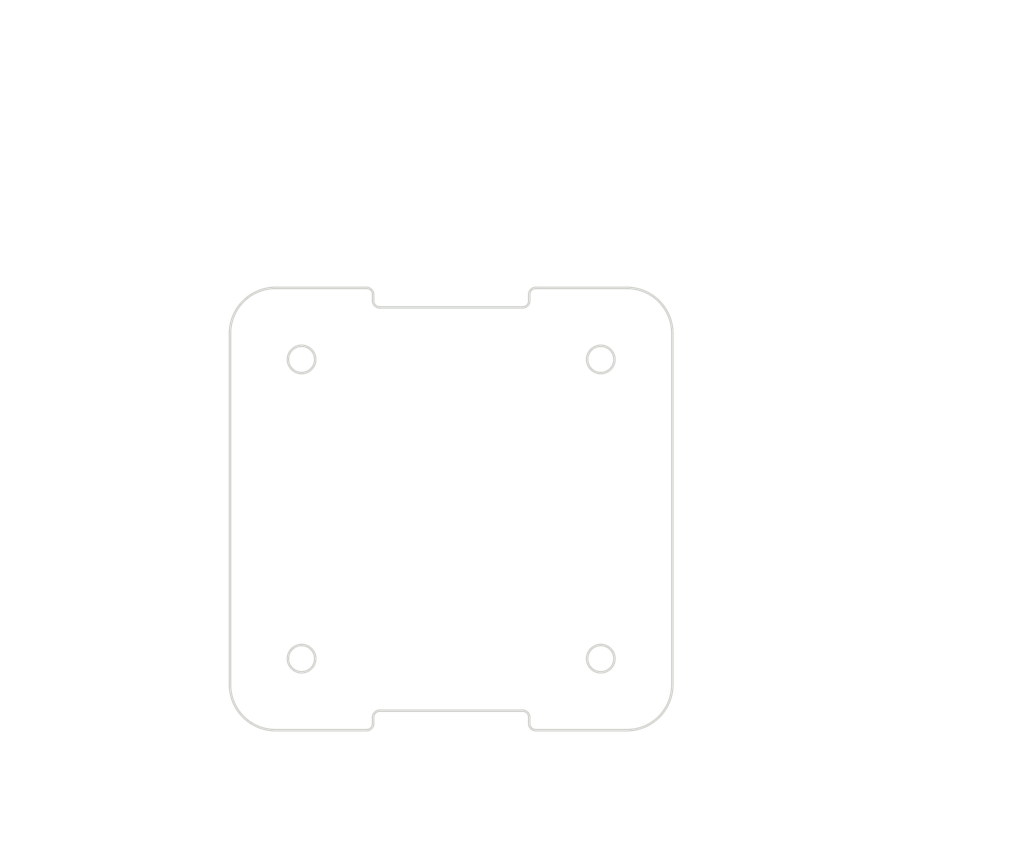
<source format=kicad_pcb>
(kicad_pcb (version 20221018) (generator pcbnew)

  (general
    (thickness 1.6)
  )

  (paper "A4")
  (layers
    (0 "F.Cu" signal)
    (31 "B.Cu" signal)
    (32 "B.Adhes" user "B.Adhesive")
    (33 "F.Adhes" user "F.Adhesive")
    (34 "B.Paste" user)
    (35 "F.Paste" user)
    (36 "B.SilkS" user "B.Silkscreen")
    (37 "F.SilkS" user "F.Silkscreen")
    (38 "B.Mask" user)
    (39 "F.Mask" user)
    (40 "Dwgs.User" user "User.Drawings")
    (41 "Cmts.User" user "User.Comments")
    (42 "Eco1.User" user "User.Eco1")
    (43 "Eco2.User" user "User.Eco2")
    (44 "Edge.Cuts" user)
    (45 "Margin" user)
    (46 "B.CrtYd" user "B.Courtyard")
    (47 "F.CrtYd" user "F.Courtyard")
    (48 "B.Fab" user)
    (49 "F.Fab" user)
  )

  (setup
    (pad_to_mask_clearance 0.051)
    (solder_mask_min_width 0.25)
    (pcbplotparams
      (layerselection 0x00010fc_ffffffff)
      (plot_on_all_layers_selection 0x0000000_00000000)
      (disableapertmacros false)
      (usegerberextensions false)
      (usegerberattributes false)
      (usegerberadvancedattributes false)
      (creategerberjobfile false)
      (dashed_line_dash_ratio 12.000000)
      (dashed_line_gap_ratio 3.000000)
      (svgprecision 4)
      (plotframeref false)
      (viasonmask false)
      (mode 1)
      (useauxorigin false)
      (hpglpennumber 1)
      (hpglpenspeed 20)
      (hpglpendiameter 15.000000)
      (dxfpolygonmode true)
      (dxfimperialunits true)
      (dxfusepcbnewfont true)
      (psnegative false)
      (psa4output false)
      (plotreference true)
      (plotvalue true)
      (plotinvisibletext false)
      (sketchpadsonfab false)
      (subtractmaskfromsilk false)
      (outputformat 1)
      (mirror false)
      (drillshape 1)
      (scaleselection 1)
      (outputdirectory "")
    )
  )

  (net 0 "")

  (gr_line (start 159.926012 101.708606) (end 172.101012 101.708606)
    (stroke (width 0.2) (type solid)) (layer "Dwgs.User") (tstamp 05539013-b3a9-4297-acc6-a3915d72f9bd))
  (gr_line (start 161.926012 107.208606) (end 190.620498 107.208606)
    (stroke (width 0.2) (type solid)) (layer "Dwgs.User") (tstamp 07c0c210-6d9e-4e1f-8368-52cc4ccbf380))
  (gr_line (start 153.926012 105.708606) (end 180.546982 105.708606)
    (stroke (width 0.2) (type solid)) (layer "Dwgs.User") (tstamp 0f456d3f-7070-4572-8212-c074aeef862e))
  (gr_line (start 162.426012 54.353241) (end 158.53081 54.353241)
    (stroke (width 0.2) (type solid)) (layer "Dwgs.User") (tstamp 0f680746-6bab-42ce-b792-8bb9d51c1913))
  (gr_line (start 168.926012 80.708606) (end 168.926012 86.650591)
    (stroke (width 0.2) (type solid)) (layer "Dwgs.User") (tstamp 10b05689-3c50-4716-8742-b5987ee11cc0))
  (gr_line (start 141.426012 107.708606) (end 141.426012 116.248205)
    (stroke (width 0.2) (type solid)) (layer "Dwgs.User") (tstamp 120f1876-417e-46f0-b4cd-45a4b3bc8c29))
  (gr_line (start 159.926012 78.708606) (end 172.101012 78.708606)
    (stroke (width 0.2) (type solid)) (layer "Dwgs.User") (tstamp 24f45000-2460-4a10-89f9-85d5fa8d15e8))
  (gr_line (start 187.445498 75.208606) (end 187.445498 86.404806)
    (stroke (width 0.2) (type solid)) (layer "Dwgs.User") (tstamp 2f599af3-fede-4caf-9eff-5550441fc104))
  (gr_line (start 177.371982 76.708606) (end 177.371982 86.650591)
    (stroke (width 0.2) (type solid)) (layer "Dwgs.User") (tstamp 32d69440-28ab-420b-844f-4ca82a109ea9))
  (gr_line (start 153.926012 74.708606) (end 180.546982 74.708606)
    (stroke (width 0.2) (type solid)) (layer "Dwgs.User") (tstamp 385d022d-2fa7-4c92-9cbf-20b25ed970f2))
  (gr_line (start 187.445498 105.208606) (end 187.445498 93.520837)
    (stroke (width 0.2) (type solid)) (layer "Dwgs.User") (tstamp 4a63a71f-db01-4434-8799-61f78e670f06))
  (gr_line (start 124.140624 95.34321) (end 126.140624 95.34321)
    (stroke (width 0.2) (type solid)) (layer "Dwgs.User") (tstamp 4c346087-b5bd-4b58-958a-d21d5959fedf))
  (gr_line (start 135.926012 101.798606) (end 135.926012 101.618606)
    (stroke (width 0.2) (type solid)) (layer "Dwgs.User") (tstamp 4eb9d522-b95b-4750-973b-619e7ee5b62e))
  (gr_line (start 168.926012 99.708606) (end 168.926012 93.766621)
    (stroke (width 0.2) (type solid)) (layer "Dwgs.User") (tstamp 5712d677-1bac-442b-9a3a-b9c4100d1130))
  (gr_line (start 141.426012 113.073205) (end 138.614926 113.073205)
    (stroke (width 0.2) (type solid)) (layer "Dwgs.User") (tstamp 57b5e582-2c1c-4fbe-abc5-029c10faf6ef))
  (gr_line (start 126.140624 95.34321) (end 133.369343 100.045493)
    (stroke (width 0.2) (type solid)) (layer "Dwgs.User") (tstamp 5abfc92e-5bc7-4a57-bf6f-434b4014833b))
  (gr_line (start 161.926012 73.208606) (end 190.620498 73.208606)
    (stroke (width 0.2) (type solid)) (layer "Dwgs.User") (tstamp 6dda7af8-22c4-4bda-a1f9-2d0689da22de))
  (gr_line (start 164.426012 75.708606) (end 164.426012 51.178241)
    (stroke (width 0.2) (type solid)) (layer "Dwgs.User") (tstamp 7a2cf5a2-6cb4-43ac-b20e-0b4f0bde38c3))
  (gr_line (start 123.716202 107.778145) (end 128.816912 105.745048)
    (stroke (width 0.2) (type solid)) (layer "Dwgs.User") (tstamp 95d0a182-7cdb-40ad-90ab-22e0f59206ca))
  (gr_line (start 158.926012 77.708606) (end 158.926012 65.533606)
    (stroke (width 0.2) (type solid)) (layer "Dwgs.User") (tstamp 9858d1dd-5edb-43db-bf20-ff3b2564e5d2))
  (gr_line (start 132.426012 54.353241) (end 150.441587 54.353241)
    (stroke (width 0.2) (type solid)) (layer "Dwgs.User") (tstamp a3790de0-b6b6-41d3-82fc-b9543e571917))
  (gr_line (start 153.426012 107.708606) (end 153.426012 116.248205)
    (stroke (width 0.2) (type solid)) (layer "Dwgs.User") (tstamp a586bc89-d2c3-4cd7-86fc-ae5c6bd4c8fb))
  (gr_line (start 137.926012 68.708606) (end 143.381401 68.708606)
    (stroke (width 0.2) (type solid)) (layer "Dwgs.User") (tstamp aeefe244-ce64-47db-aa5b-5c2ef2216fea))
  (gr_line (start 156.926012 68.708606) (end 151.470623 68.708606)
    (stroke (width 0.2) (type solid)) (layer "Dwgs.User") (tstamp c9a6114b-90bb-453a-a238-4f371da46cf7))
  (gr_line (start 130.426012 75.708606) (end 130.426012 51.178241)
    (stroke (width 0.2) (type solid)) (layer "Dwgs.User") (tstamp cfdf1b17-04e6-4b2c-bcda-fcec848e69c1))
  (gr_line (start 135.926012 77.708606) (end 135.926012 65.533606)
    (stroke (width 0.2) (type solid)) (layer "Dwgs.User") (tstamp d1fed4c3-9994-4955-8a58-3c48418b44e5))
  (gr_line (start 135.836012 101.708606) (end 136.016012 101.708606)
    (stroke (width 0.2) (type solid)) (layer "Dwgs.User") (tstamp d5ea6d05-a804-4780-9f98-ec327396febb))
  (gr_line (start 121.716202 107.778145) (end 123.716202 107.778145)
    (stroke (width 0.2) (type solid)) (layer "Dwgs.User") (tstamp dc449363-6bbc-40cf-bcc5-cd0dd1e87bfd))
  (gr_line (start 151.426012 113.073205) (end 143.426012 113.073205)
    (stroke (width 0.2) (type solid)) (layer "Dwgs.User") (tstamp efb0f750-ae3c-472c-9de2-dfde002fd36f))
  (gr_line (start 177.371982 103.708606) (end 177.371982 93.766621)
    (stroke (width 0.2) (type solid)) (layer "Dwgs.User") (tstamp f3dde164-6705-43f6-be97-f4d4ea127d04))
  (gr_line (start 153.426012 73.708606) (end 153.426012 74.208606)
    (stroke (width 0.2) (type solid)) (layer "Edge.Cuts") (tstamp 0923fe93-6cb9-4a0c-b21c-e663a4820a2e))
  (gr_arc (start 141.426012 106.708606) (mid 141.279565 107.062159) (end 140.926012 107.208606)
    (stroke (width 0.2) (type solid)) (layer "Edge.Cuts") (tstamp 09e8316a-2df6-4b49-841e-bce75955ac22))
  (gr_arc (start 141.926012 74.708606) (mid 141.572459 74.562159) (end 141.426012 74.208606)
    (stroke (width 0.2) (type solid)) (layer "Edge.Cuts") (tstamp 1a9a9bb9-7683-46ad-b715-910e705cf63c))
  (gr_line (start 153.926012 107.208606) (end 160.926012 107.208606)
    (stroke (width 0.2) (type solid)) (layer "Edge.Cuts") (tstamp 1ea01d35-56ba-4e13-8525-3606cd74aab0))
  (gr_arc (start 153.426012 74.208606) (mid 153.279565 74.562159) (end 152.926012 74.708606)
    (stroke (width 0.2) (type solid)) (layer "Edge.Cuts") (tstamp 20706095-ff6a-4f38-a849-7895a16e324a))
  (gr_line (start 141.926012 105.708606) (end 152.926012 105.708606)
    (stroke (width 0.2) (type solid)) (layer "Edge.Cuts") (tstamp 2190b57c-39fb-4b6c-ae0e-bf11bdeb4f7c))
  (gr_line (start 141.426012 74.208606) (end 141.426012 73.708606)
    (stroke (width 0.2) (type solid)) (layer "Edge.Cuts") (tstamp 374ae27e-9724-4af0-908c-5277d3ea846a))
  (gr_arc (start 160.926012 73.208606) (mid 163.400886 74.233732) (end 164.426012 76.708606)
    (stroke (width 0.2) (type solid)) (layer "Edge.Cuts") (tstamp 45df324a-d509-49f8-932e-6e4f4ddbbc7d))
  (gr_line (start 130.426012 76.708606) (end 130.426012 103.708606)
    (stroke (width 0.2) (type solid)) (layer "Edge.Cuts") (tstamp 4e551a92-172d-47b8-8005-528dfa931a87))
  (gr_line (start 152.926012 74.708606) (end 141.926012 74.708606)
    (stroke (width 0.2) (type solid)) (layer "Edge.Cuts") (tstamp 5554119c-c84a-44d8-9122-cb7762c0384d))
  (gr_circle (center 135.926012 78.708606) (end 136.976012 78.708606)
    (stroke (width 0.2) (type solid)) (fill none) (layer "Edge.Cuts") (tstamp 6345047f-706e-4acd-a574-74d736d75567))
  (gr_line (start 153.426012 106.208606) (end 153.426012 106.708606)
    (stroke (width 0.2) (type solid)) (layer "Edge.Cuts") (tstamp 67b00a93-4efa-4e75-9f7b-e8fc5c8fb44d))
  (gr_line (start 160.926012 73.208606) (end 153.926012 73.208606)
    (stroke (width 0.2) (type solid)) (layer "Edge.Cuts") (tstamp 6e7ef5ed-962c-4f7d-abe3-89a093940072))
  (gr_arc (start 153.426012 73.708606) (mid 153.572459 73.355053) (end 153.926012 73.208606)
    (stroke (width 0.2) (type solid)) (layer "Edge.Cuts") (tstamp 875c7010-f6d4-4b0f-831e-45a0c033445f))
  (gr_line (start 164.426012 103.708606) (end 164.426012 76.708606)
    (stroke (width 0.2) (type solid)) (layer "Edge.Cuts") (tstamp 9a56150d-f983-4ffa-9d86-d6295d425e89))
  (gr_arc (start 141.426012 106.208606) (mid 141.572459 105.855053) (end 141.926012 105.708606)
    (stroke (width 0.2) (type solid)) (layer "Edge.Cuts") (tstamp 9d2f9737-ab34-485b-ac58-8e721cf9bf53))
  (gr_line (start 140.926012 73.208606) (end 133.926012 73.208606)
    (stroke (width 0.2) (type solid)) (layer "Edge.Cuts") (tstamp a4bc65d0-63b5-4f2b-86fd-feada7a382cb))
  (gr_line (start 141.426012 106.708606) (end 141.426012 106.208606)
    (stroke (width 0.2) (type solid)) (layer "Edge.Cuts") (tstamp a695b13c-9056-42d2-9983-2e5335bfc3af))
  (gr_arc (start 153.926012 107.208606) (mid 153.572459 107.062159) (end 153.426012 106.708606)
    (stroke (width 0.2) (type solid)) (layer "Edge.Cuts") (tstamp bc06d372-f48e-47d8-aa14-41c153a01d6c))
  (gr_arc (start 140.926012 73.208606) (mid 141.279565 73.355053) (end 141.426012 73.708606)
    (stroke (width 0.2) (type solid)) (layer "Edge.Cuts") (tstamp bdc8e3bd-49d2-49f5-9b64-76db12915f07))
  (gr_circle (center 158.926012 101.708606) (end 159.976012 101.708606)
    (stroke (width 0.2) (type solid)) (fill none) (layer "Edge.Cuts") (tstamp c39f1841-7f57-4445-b2fa-9ac208cb12f2))
  (gr_circle (center 158.926012 78.708606) (end 159.976012 78.708606)
    (stroke (width 0.2) (type solid)) (fill none) (layer "Edge.Cuts") (tstamp dace7854-486a-4f85-8dfb-4142fbbf3d56))
  (gr_line (start 133.926012 107.208606) (end 140.926012 107.208606)
    (stroke (width 0.2) (type solid)) (layer "Edge.Cuts") (tstamp e4bc1941-fe4e-4953-9435-53a1e78a9b30))
  (gr_circle (center 135.926012 101.708606) (end 136.976012 101.708606)
    (stroke (width 0.2) (type solid)) (fill none) (layer "Edge.Cuts") (tstamp e8b00435-3f2c-4e8b-b598-25e18905e282))
  (gr_arc (start 164.426012 103.708606) (mid 163.400886 106.18348) (end 160.926012 107.208606)
    (stroke (width 0.2) (type solid)) (layer "Edge.Cuts") (tstamp ed9e389a-f995-400a-ada1-d3de3e716005))
  (gr_arc (start 152.926012 105.708606) (mid 153.279565 105.855053) (end 153.426012 106.208606)
    (stroke (width 0.2) (type solid)) (layer "Edge.Cuts") (tstamp f48192d3-5cc7-4aa7-9b33-9a61f39d92f9))
  (gr_arc (start 133.926012 107.208606) (mid 131.451138 106.18348) (end 130.426012 103.708606)
    (stroke (width 0.2) (type solid)) (layer "Edge.Cuts") (tstamp f7bcbe79-7e6c-4d22-a6bd-85a1e286a4bc))
  (gr_arc (start 130.426012 76.708606) (mid 131.451138 74.233732) (end 133.926012 73.208606)
    (stroke (width 0.2) (type solid)) (layer "Edge.Cuts") (tstamp f8524615-cfe0-4cd5-9909-392b5918493a))
  (gr_text "[1.34]" (at 187.445498 91.852283) (layer "Dwgs.User") (tstamp 095ef4f0-fb81-4372-9649-8f66a7b43240)
    (effects (font (size 1.7 1.53) (thickness 0.2125)))
  )
  (gr_text " 34.00" (at 187.445498 88.294268) (layer "Dwgs.User") (tstamp 1a610a39-8752-4e6d-afee-db1f8e763cb7)
    (effects (font (size 1.7 1.53) (thickness 0.2125)))
  )
  (gr_text "[1.22]" (at 177.371982 92.098067) (layer "Dwgs.User") (tstamp 30947b80-0768-4db2-b29c-9b6c2a49493f)
    (effects (font (size 1.7 1.53) (thickness 0.2125)))
  )
  (gr_text "[.47]" (at 134.570314 114.959187) (layer "Dwgs.User") (tstamp 5fe6f67d-5c5f-4365-9ebc-3761fcee10c6)
    (effects (font (size 1.7 1.53) (thickness 0.2125)))
  )
  (gr_text " 23.00" (at 147.426012 67.040052) (layer "Dwgs.User") (tstamp 648be490-7e42-491b-b5f2-1c15df52a444)
    (effects (font (size 1.7 1.53) (thickness 0.2125)))
  )
  (gr_text "[.91]" (at 147.426012 70.598067) (layer "Dwgs.User") (tstamp 785bda71-37e1-4ad5-b301-33f779e1bde7)
    (effects (font (size 1.7 1.53) (thickness 0.2125)))
  )
  (gr_text " R3.50" (at 117.245431 106.109591) (layer "Dwgs.User") (tstamp 83730f15-7deb-4780-88a9-edb27f9563b1)
    (effects (font (size 1.7 1.53) (thickness 0.2125)))
  )
  (gr_text "[1.34]" (at 154.486199 56.242702) (layer "Dwgs.User") (tstamp 8b2977e4-5a43-4275-ae8c-44af63beead0)
    (effects (font (size 1.7 1.53) (thickness 0.2125)))
  )
  (gr_text " 23.00" (at 168.926012 88.540052) (layer "Dwgs.User") (tstamp 9ec7ccbd-0c68-4162-b299-05db7b6ab615)
    (effects (font (size 1.7 1.53) (thickness 0.2125)))
  )
  (gr_text " 34.00" (at 154.486199 52.684687) (layer "Dwgs.User") (tstamp a3b1537d-e572-4c5b-a4cf-fa1fad4d51a3)
    (effects (font (size 1.7 1.53) (thickness 0.2125)))
  )
  (gr_text "[.91]" (at 168.926012 92.098067) (layer "Dwgs.User") (tstamp b32af6a1-ceae-4873-9682-8d22875cd655)
    (effects (font (size 1.7 1.53) (thickness 0.2125)))
  )
  (gr_text " 12.00" (at 134.570314 111.405231) (layer "Dwgs.User") (tstamp d07dc14f-c462-4191-9605-37043ec7d180)
    (effects (font (size 1.7 1.53) (thickness 0.2125)))
  )
  (gr_text " 31.00" (at 177.371982 88.540052) (layer "Dwgs.User") (tstamp ddda6a2e-5809-43f4-9908-37d3a7263bc8)
    (effects (font (size 1.7 1.53) (thickness 0.2125)))
  )
  (gr_text "[R0.14]" (at 117.245431 109.667606) (layer "Dwgs.User") (tstamp df48a10f-483c-469f-be15-3c5a86d7010a)
    (effects (font (size 1.7 1.53) (thickness 0.2125)))
  )
  (gr_text " ∅2.10\n[∅0.08]" (at 119.603755 95.34321) (layer "Dwgs.User") (tstamp fcd1fdda-1b74-45c5-a5ab-9a745620fb06)
    (effects (font (size 1.7 1.53) (thickness 0.2125)))
  )

)

</source>
